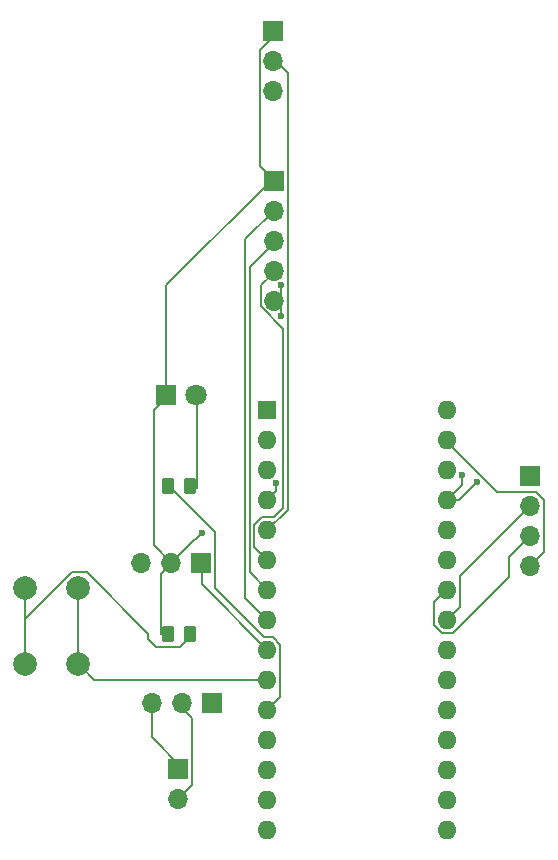
<source format=gbr>
%TF.GenerationSoftware,KiCad,Pcbnew,8.0.8*%
%TF.CreationDate,2025-06-02T22:50:19+02:00*%
%TF.ProjectId,autoZalivanje,6175746f-5a61-46c6-9976-616e6a652e6b,rev?*%
%TF.SameCoordinates,Original*%
%TF.FileFunction,Copper,L1,Top*%
%TF.FilePolarity,Positive*%
%FSLAX46Y46*%
G04 Gerber Fmt 4.6, Leading zero omitted, Abs format (unit mm)*
G04 Created by KiCad (PCBNEW 8.0.8) date 2025-06-02 22:50:19*
%MOMM*%
%LPD*%
G01*
G04 APERTURE LIST*
G04 Aperture macros list*
%AMRoundRect*
0 Rectangle with rounded corners*
0 $1 Rounding radius*
0 $2 $3 $4 $5 $6 $7 $8 $9 X,Y pos of 4 corners*
0 Add a 4 corners polygon primitive as box body*
4,1,4,$2,$3,$4,$5,$6,$7,$8,$9,$2,$3,0*
0 Add four circle primitives for the rounded corners*
1,1,$1+$1,$2,$3*
1,1,$1+$1,$4,$5*
1,1,$1+$1,$6,$7*
1,1,$1+$1,$8,$9*
0 Add four rect primitives between the rounded corners*
20,1,$1+$1,$2,$3,$4,$5,0*
20,1,$1+$1,$4,$5,$6,$7,0*
20,1,$1+$1,$6,$7,$8,$9,0*
20,1,$1+$1,$8,$9,$2,$3,0*%
G04 Aperture macros list end*
%TA.AperFunction,SMDPad,CuDef*%
%ADD10RoundRect,0.250000X0.262500X0.450000X-0.262500X0.450000X-0.262500X-0.450000X0.262500X-0.450000X0*%
%TD*%
%TA.AperFunction,SMDPad,CuDef*%
%ADD11RoundRect,0.250000X-0.262500X-0.450000X0.262500X-0.450000X0.262500X0.450000X-0.262500X0.450000X0*%
%TD*%
%TA.AperFunction,ComponentPad*%
%ADD12C,2.000000*%
%TD*%
%TA.AperFunction,ComponentPad*%
%ADD13O,1.700000X1.700000*%
%TD*%
%TA.AperFunction,ComponentPad*%
%ADD14R,1.700000X1.700000*%
%TD*%
%TA.AperFunction,ComponentPad*%
%ADD15R,1.800000X1.800000*%
%TD*%
%TA.AperFunction,ComponentPad*%
%ADD16C,1.800000*%
%TD*%
%TA.AperFunction,ComponentPad*%
%ADD17R,1.600000X1.600000*%
%TD*%
%TA.AperFunction,ComponentPad*%
%ADD18O,1.600000X1.600000*%
%TD*%
%TA.AperFunction,ViaPad*%
%ADD19C,0.600000*%
%TD*%
%TA.AperFunction,Conductor*%
%ADD20C,0.200000*%
%TD*%
G04 APERTURE END LIST*
D10*
%TO.P,R1,1*%
%TO.N,Net-(R1-Pad1)*%
X121500000Y-100500000D03*
%TO.P,R1,2*%
%TO.N,/GND*%
X119675000Y-100500000D03*
%TD*%
D11*
%TO.P,R2,1*%
%TO.N,Net-(A1-D8)*%
X119675000Y-88000000D03*
%TO.P,R2,2*%
%TO.N,Net-(D1-A)*%
X121500000Y-88000000D03*
%TD*%
D12*
%TO.P,SW1,2,2*%
%TO.N,Net-(A1-D7)*%
X112050000Y-96600000D03*
X112050000Y-103100000D03*
%TO.P,SW1,1,1*%
%TO.N,Net-(R1-Pad1)*%
X107550000Y-96600000D03*
X107550000Y-103100000D03*
%TD*%
D13*
%TO.P,J6,3,Pin_3*%
%TO.N,/VCC*%
X128575000Y-54525000D03*
%TO.P,J6,2,Pin_2*%
%TO.N,/DATA*%
X128575000Y-51985000D03*
D14*
%TO.P,J6,1,Pin_1*%
%TO.N,/GND*%
X128575000Y-49445000D03*
%TD*%
%TO.P,J5,1,Pin_1*%
%TO.N,/NC*%
X123350000Y-106350000D03*
D13*
%TO.P,J5,2,Pin_2*%
%TO.N,/NO*%
X120810000Y-106350000D03*
%TO.P,J5,3,Pin_3*%
%TO.N,/COM*%
X118270000Y-106350000D03*
%TD*%
D14*
%TO.P,J4,1,Pin_1*%
%TO.N,/COM*%
X120500000Y-111950000D03*
D13*
%TO.P,J4,2,Pin_2*%
%TO.N,/NO*%
X120500000Y-114490000D03*
%TD*%
D14*
%TO.P,J3,1,Pin_1*%
%TO.N,/IN*%
X122475000Y-94500000D03*
D13*
%TO.P,J3,2,Pin_2*%
%TO.N,/GND*%
X119935000Y-94500000D03*
%TO.P,J3,3,Pin_3*%
%TO.N,/VCC*%
X117395000Y-94500000D03*
%TD*%
D14*
%TO.P,J2,1,Pin_1*%
%TO.N,/GND*%
X128650000Y-62135000D03*
D13*
%TO.P,J2,2,Pin_2*%
%TO.N,/RST*%
X128650000Y-64675000D03*
%TO.P,J2,3,Pin_3*%
%TO.N,/DAT*%
X128650000Y-67215000D03*
%TO.P,J2,4,Pin_4*%
%TO.N,/CLK*%
X128650000Y-69755000D03*
%TO.P,J2,5,Pin_5*%
%TO.N,/VCC*%
X128650000Y-72295000D03*
%TD*%
D14*
%TO.P,J1,1,Pin_1*%
%TO.N,/VCC*%
X150325000Y-87125000D03*
D13*
%TO.P,J1,2,Pin_2*%
%TO.N,/SDA*%
X150325000Y-89665000D03*
%TO.P,J1,3,Pin_3*%
%TO.N,/SCL*%
X150325000Y-92205000D03*
%TO.P,J1,4,Pin_4*%
%TO.N,/GND*%
X150325000Y-94745000D03*
%TD*%
D15*
%TO.P,D1,1,K*%
%TO.N,/GND*%
X119510000Y-80250000D03*
D16*
%TO.P,D1,2,A*%
%TO.N,Net-(D1-A)*%
X122050000Y-80250000D03*
%TD*%
D17*
%TO.P,A1,1,TX1*%
%TO.N,unconnected-(A1-TX1-Pad1)*%
X128070000Y-81560000D03*
D18*
%TO.P,A1,2,RX1*%
%TO.N,unconnected-(A1-RX1-Pad2)*%
X128070000Y-84100000D03*
%TO.P,A1,3,~{RESET}*%
%TO.N,unconnected-(A1-~{RESET}-Pad3)*%
X128070000Y-86640000D03*
%TO.P,A1,4,GND*%
%TO.N,/GND*%
X128070000Y-89180000D03*
%TO.P,A1,5,D2*%
%TO.N,/DATA*%
X128070000Y-91720000D03*
%TO.P,A1,6,D3*%
%TO.N,/CLK*%
X128070000Y-94260000D03*
%TO.P,A1,7,D4*%
%TO.N,/DAT*%
X128070000Y-96800000D03*
%TO.P,A1,8,D5*%
%TO.N,/RST*%
X128070000Y-99340000D03*
%TO.P,A1,9,D6*%
%TO.N,/IN*%
X128070000Y-101880000D03*
%TO.P,A1,10,D7*%
%TO.N,Net-(A1-D7)*%
X128070000Y-104420000D03*
%TO.P,A1,11,D8*%
%TO.N,Net-(A1-D8)*%
X128070000Y-106960000D03*
%TO.P,A1,12,D9*%
%TO.N,unconnected-(A1-D9-Pad12)*%
X128070000Y-109500000D03*
%TO.P,A1,13,D10*%
%TO.N,unconnected-(A1-D10-Pad13)*%
X128070000Y-112040000D03*
%TO.P,A1,14,MOSI*%
%TO.N,unconnected-(A1-MOSI-Pad14)*%
X128070000Y-114580000D03*
%TO.P,A1,15,MISO*%
%TO.N,unconnected-(A1-MISO-Pad15)*%
X128070000Y-117120000D03*
%TO.P,A1,16,SCK*%
%TO.N,unconnected-(A1-SCK-Pad16)*%
X143310000Y-117120000D03*
%TO.P,A1,17,3V3*%
%TO.N,unconnected-(A1-3V3-Pad17)*%
X143310000Y-114580000D03*
%TO.P,A1,18,AREF*%
%TO.N,unconnected-(A1-AREF-Pad18)*%
X143310000Y-112040000D03*
%TO.P,A1,19,A0*%
%TO.N,unconnected-(A1-A0-Pad19)*%
X143310000Y-109500000D03*
%TO.P,A1,20,A1*%
%TO.N,unconnected-(A1-A1-Pad20)*%
X143310000Y-106960000D03*
%TO.P,A1,21,A2*%
%TO.N,unconnected-(A1-A2-Pad21)*%
X143310000Y-104420000D03*
%TO.P,A1,22,A3*%
%TO.N,unconnected-(A1-A3-Pad22)*%
X143310000Y-101880000D03*
%TO.P,A1,23,SDA/A4*%
%TO.N,/SDA*%
X143310000Y-99340000D03*
%TO.P,A1,24,SCL/A5*%
%TO.N,/SCL*%
X143310000Y-96800000D03*
%TO.P,A1,25,A6*%
%TO.N,unconnected-(A1-A6-Pad25)*%
X143310000Y-94260000D03*
%TO.P,A1,26,A7*%
%TO.N,unconnected-(A1-A7-Pad26)*%
X143310000Y-91720000D03*
%TO.P,A1,27,+5V*%
%TO.N,/VCC*%
X143310000Y-89180000D03*
%TO.P,A1,28,~{RESET}*%
%TO.N,unconnected-(A1-~{RESET}-Pad28)*%
X143310000Y-86640000D03*
%TO.P,A1,29,GND*%
%TO.N,/GND*%
X143310000Y-84100000D03*
%TO.P,A1,30,VIN*%
%TO.N,unconnected-(A1-VIN-Pad30)*%
X143310000Y-81560000D03*
%TD*%
D19*
%TO.N,/VCC*%
X129200000Y-71000000D03*
X144554310Y-87016430D03*
X129200000Y-73622819D03*
%TO.N,/GND*%
X122500000Y-92000000D03*
X128800000Y-87715686D03*
%TO.N,/VCC*%
X145825735Y-87674265D03*
%TD*%
D20*
%TO.N,/VCC*%
X129200000Y-71000000D02*
X129200000Y-71745000D01*
X129200000Y-71745000D02*
X128650000Y-72295000D01*
X144554310Y-87935690D02*
X143310000Y-89180000D01*
X144554310Y-87016430D02*
X144554310Y-87935690D01*
X129200000Y-73622819D02*
X129200000Y-72845000D01*
X129200000Y-72845000D02*
X128650000Y-72295000D01*
%TO.N,/GND*%
X121935000Y-92500000D02*
X119935000Y-94500000D01*
X122000000Y-92500000D02*
X121935000Y-92500000D01*
X122500000Y-92000000D02*
X122000000Y-92500000D01*
X128800000Y-88450000D02*
X128070000Y-89180000D01*
X128800000Y-87715686D02*
X128800000Y-88450000D01*
%TO.N,/VCC*%
X144320000Y-89180000D02*
X143310000Y-89180000D01*
X145825735Y-87674265D02*
X144320000Y-89180000D01*
%TO.N,/CLK*%
X127500000Y-71000000D02*
X128500000Y-70000000D01*
X127500000Y-72771346D02*
X127500000Y-71000000D01*
X129400000Y-89824314D02*
X129400000Y-74671346D01*
X128604314Y-90620000D02*
X129400000Y-89824314D01*
X129400000Y-74671346D02*
X127500000Y-72771346D01*
X127614365Y-90620000D02*
X128604314Y-90620000D01*
X126970000Y-91264365D02*
X127614365Y-90620000D01*
X126970000Y-93160000D02*
X126970000Y-91264365D01*
X128070000Y-94260000D02*
X126970000Y-93160000D01*
%TO.N,/GND*%
X147515000Y-88515000D02*
X143000000Y-84000000D01*
X150801346Y-88515000D02*
X147515000Y-88515000D01*
X151475000Y-89188654D02*
X150801346Y-88515000D01*
X151475000Y-93595000D02*
X151475000Y-89188654D01*
X150325000Y-94745000D02*
X151475000Y-93595000D01*
X127425000Y-51075000D02*
X128500000Y-50000000D01*
X128650000Y-62135000D02*
X127425000Y-60910000D01*
X127425000Y-60910000D02*
X127425000Y-51075000D01*
X119510000Y-70990000D02*
X128500000Y-62000000D01*
X119510000Y-80250000D02*
X119510000Y-70990000D01*
X118460000Y-81540000D02*
X119500000Y-80500000D01*
X118460000Y-93025000D02*
X118460000Y-81540000D01*
X119085000Y-95415000D02*
X120000000Y-94500000D01*
X119085000Y-100500000D02*
X119085000Y-95415000D01*
%TO.N,/RST*%
X126170000Y-67080000D02*
X128750000Y-64500000D01*
X126170000Y-97440000D02*
X126170000Y-67080000D01*
X128070000Y-99340000D02*
X126170000Y-97440000D01*
%TO.N,/DAT*%
X126570000Y-69430000D02*
X128750000Y-67250000D01*
X128070000Y-96800000D02*
X126570000Y-95300000D01*
X126570000Y-95300000D02*
X126570000Y-69430000D01*
%TO.N,/DATA*%
X129800000Y-89990000D02*
X129800000Y-53050000D01*
X128070000Y-91720000D02*
X129800000Y-89990000D01*
X129800000Y-53050000D02*
X128750000Y-52000000D01*
%TO.N,Net-(D1-A)*%
X122100000Y-80350000D02*
X122000000Y-80250000D01*
X122100000Y-88150000D02*
X122100000Y-80350000D01*
%TO.N,Net-(A1-D8)*%
X127780000Y-100780000D02*
X123625000Y-96625000D01*
X128525635Y-100780000D02*
X127780000Y-100780000D01*
X123625000Y-96625000D02*
X123625000Y-91875000D01*
X129170000Y-101424365D02*
X128525635Y-100780000D01*
X128070000Y-106960000D02*
X129170000Y-105860000D01*
X129170000Y-105860000D02*
X129170000Y-101424365D01*
X123625000Y-91875000D02*
X119500000Y-87750000D01*
%TO.N,/IN*%
X122500000Y-96310000D02*
X122500000Y-94000000D01*
X128070000Y-101880000D02*
X122500000Y-96310000D01*
%TO.N,/SCL*%
X143765635Y-100440000D02*
X142854365Y-100440000D01*
X148545000Y-95660635D02*
X143765635Y-100440000D01*
X142854365Y-100440000D02*
X142210000Y-99795635D01*
X148545000Y-93985000D02*
X148545000Y-95660635D01*
X142210000Y-99795635D02*
X142210000Y-97790000D01*
X150325000Y-92205000D02*
X148545000Y-93985000D01*
X142210000Y-97790000D02*
X143250000Y-96750000D01*
%TO.N,/SDA*%
X144410000Y-95590000D02*
X150500000Y-89500000D01*
X144410000Y-98240000D02*
X144410000Y-95590000D01*
X143310000Y-99340000D02*
X144410000Y-98240000D01*
%TO.N,Net-(R1-Pad1)*%
X120650000Y-101600000D02*
X121750000Y-100500000D01*
X118629365Y-101600000D02*
X120650000Y-101600000D01*
X112785000Y-95300000D02*
X117985000Y-100500000D01*
X117985000Y-100955635D02*
X118629365Y-101600000D01*
X107550000Y-99261522D02*
X111511522Y-95300000D01*
X111511522Y-95300000D02*
X112785000Y-95300000D01*
X117985000Y-100500000D02*
X117985000Y-100955635D01*
X107550000Y-103100000D02*
X107550000Y-99261522D01*
X107550000Y-103200000D02*
X107250000Y-103500000D01*
X107550000Y-96600000D02*
X107550000Y-103200000D01*
%TO.N,Net-(A1-D7)*%
X112050000Y-96800000D02*
X111750000Y-96500000D01*
X112050000Y-103100000D02*
X112050000Y-96800000D01*
X113420000Y-104420000D02*
X112250000Y-103250000D01*
X128070000Y-104420000D02*
X113420000Y-104420000D01*
%TO.N,/COM*%
X118270000Y-109270000D02*
X120750000Y-111750000D01*
X118270000Y-106350000D02*
X118270000Y-109270000D01*
%TO.N,/NO*%
X121650000Y-107650000D02*
X120500000Y-106500000D01*
X121650000Y-113340000D02*
X121650000Y-107650000D01*
X120500000Y-114490000D02*
X121650000Y-113340000D01*
%TO.N,/GND*%
X119935000Y-94500000D02*
X118460000Y-93025000D01*
%TD*%
M02*

</source>
